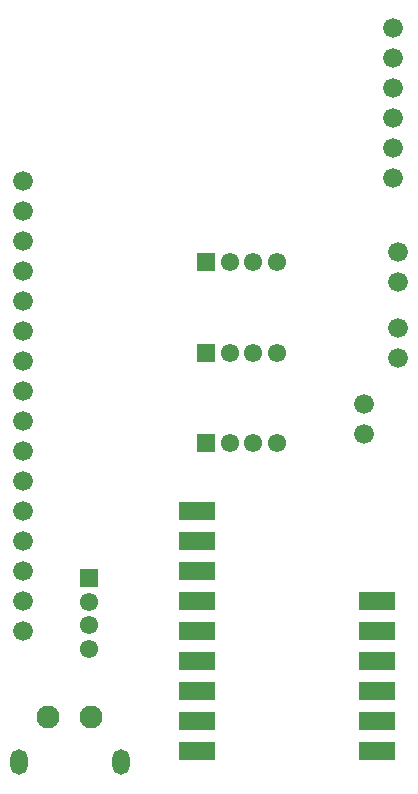
<source format=gbs>
G04 DesignSpark PCB Gerber Version 12.0 Build 5942*
%FSLAX35Y35*%
%MOMM*%
%ADD29O,1.45240X2.15240*%
%ADD24R,1.55240X1.57240*%
%ADD25C,1.55240*%
%ADD27C,1.67640*%
%ADD28C,1.95240*%
%ADD26R,3.15240X1.50240*%
%ADD75R,1.57240X1.55240*%
X0Y0D02*
D02*
D24*
X2885240Y4715240D03*
Y5480240D03*
Y6245240D03*
D02*
D25*
X1895240Y2970240D03*
Y3170240D03*
Y3370240D03*
X3085240Y4715240D03*
Y5480240D03*
Y6245240D03*
X3285240Y4715240D03*
Y5480240D03*
Y6245240D03*
X3485240Y4715240D03*
Y5480240D03*
Y6245240D03*
D02*
D26*
X2810240Y2108240D03*
Y2362240D03*
Y2616240D03*
Y2870240D03*
Y3124240D03*
Y3378240D03*
Y3632240D03*
Y3886240D03*
Y4140240D03*
X4334240Y2108240D03*
Y2362240D03*
Y2616240D03*
Y2870240D03*
Y3124240D03*
Y3378240D03*
D02*
D27*
X1335240Y3120240D03*
Y3374240D03*
Y3628240D03*
Y3882240D03*
Y4136240D03*
Y4390240D03*
Y4644240D03*
Y4898240D03*
Y5152240D03*
Y5406240D03*
Y5660240D03*
Y5914240D03*
Y6168240D03*
Y6422240D03*
Y6676240D03*
Y6930240D03*
X4220240Y4790240D03*
Y5044240D03*
X4470240Y6955240D03*
Y7209240D03*
Y7463240D03*
Y7717240D03*
Y7971240D03*
Y8225240D03*
X4510240Y5430240D03*
Y5684240D03*
Y6075240D03*
Y6329240D03*
D02*
D28*
X1550240Y2390240D03*
X1910240D03*
D02*
D29*
X1298240Y2010240D03*
X2162240D03*
D02*
D75*
X1895240Y3570240D03*
X0Y0D02*
M02*

</source>
